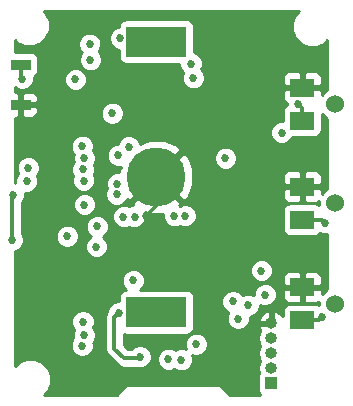
<source format=gbl>
G04 #@! TF.FileFunction,Copper,L4,Bot,Signal*
%FSLAX46Y46*%
G04 Gerber Fmt 4.6, Leading zero omitted, Abs format (unit mm)*
G04 Created by KiCad (PCBNEW 4.0.5) date 05/13/17 18:28:42*
%MOMM*%
%LPD*%
G01*
G04 APERTURE LIST*
%ADD10C,0.100000*%
%ADD11R,1.000000X1.000000*%
%ADD12O,1.000000X1.000000*%
%ADD13R,5.100000X2.500000*%
%ADD14C,5.000000*%
%ADD15R,1.700000X0.900000*%
%ADD16C,1.524000*%
%ADD17R,2.000000X1.500000*%
%ADD18C,0.685800*%
%ADD19C,0.152400*%
%ADD20C,0.300000*%
%ADD21C,0.254000*%
G04 APERTURE END LIST*
D10*
D11*
X123825000Y-86741000D03*
D12*
X123825000Y-85471000D03*
X123825000Y-84201000D03*
X123825000Y-82931000D03*
X123825000Y-81661000D03*
D13*
X114109500Y-80728500D03*
X114109500Y-57828500D03*
D14*
X114109500Y-69278500D03*
D15*
X102616000Y-59768000D03*
X102616000Y-63168000D03*
D16*
X129254000Y-80010000D03*
D17*
X126454000Y-81410000D03*
X126454000Y-78610000D03*
D16*
X129254000Y-71501000D03*
D17*
X126454000Y-72901000D03*
X126454000Y-70101000D03*
D16*
X129254000Y-63119000D03*
D17*
X126454000Y-64519000D03*
X126454000Y-61719000D03*
D18*
X114681000Y-80708500D03*
X115951000Y-57467500D03*
X107188000Y-59753500D03*
X127127000Y-66929000D03*
X120269000Y-76708000D03*
X104648000Y-76454000D03*
X110426500Y-76771500D03*
X113220500Y-72580500D03*
X117538500Y-80772000D03*
X111442500Y-63182500D03*
X115633500Y-64135000D03*
X120586500Y-64135000D03*
X126238000Y-75184000D03*
X103822500Y-70929500D03*
X119634000Y-58483500D03*
X106489500Y-83693000D03*
X122999500Y-77216000D03*
X121856500Y-80137000D03*
X111315500Y-72644000D03*
X115125500Y-84709000D03*
X101917500Y-74612500D03*
X101981000Y-70802500D03*
X103124000Y-69659500D03*
X109093000Y-73469500D03*
X103251000Y-68516500D03*
X108013500Y-71628000D03*
X117475000Y-83439000D03*
X116522500Y-72580500D03*
X115633500Y-72580500D03*
X110934500Y-80772000D03*
X112712500Y-84518500D03*
X110744000Y-70739000D03*
X106553000Y-74295000D03*
X107823000Y-83566000D03*
X108013500Y-82677000D03*
X109029500Y-75184000D03*
X107886500Y-68643500D03*
X107950000Y-69596000D03*
X107886500Y-81534000D03*
X116205000Y-84772500D03*
X112268000Y-72644000D03*
X123317000Y-79248000D03*
X121031000Y-81280000D03*
X102743000Y-60960000D03*
X108521500Y-59372500D03*
X107823000Y-66675000D03*
X108458000Y-58039000D03*
X108013500Y-67691000D03*
X117030500Y-59690000D03*
X111061500Y-57531000D03*
X117221000Y-60896500D03*
X120586500Y-79819500D03*
X112141000Y-78041500D03*
X126111000Y-63119000D03*
X111760000Y-66738500D03*
X110871000Y-67437000D03*
X128397000Y-73152000D03*
X128143000Y-81153000D03*
X110807500Y-69850000D03*
X110363000Y-63881000D03*
X107251500Y-61023500D03*
X119951500Y-67691000D03*
X124714000Y-65532000D03*
D19*
X114300000Y-57594500D02*
X114427000Y-57467500D01*
D20*
X113220500Y-72580500D02*
X114554000Y-71247000D01*
X114554000Y-71247000D02*
X114554000Y-71120000D01*
X126238000Y-75184000D02*
X126238000Y-75247500D01*
D19*
X125857000Y-69723000D02*
X126443000Y-70309000D01*
X126443000Y-70309000D02*
X127196000Y-70309000D01*
D20*
X101917500Y-70866000D02*
X101917500Y-74612500D01*
X101981000Y-70802500D02*
X101917500Y-70866000D01*
X110553500Y-81153000D02*
X110934500Y-80772000D01*
X110553500Y-83820000D02*
X110553500Y-81153000D01*
X111379000Y-84645500D02*
X110553500Y-83820000D01*
X112585500Y-84645500D02*
X111379000Y-84645500D01*
X112712500Y-84518500D02*
X112585500Y-84645500D01*
X102616000Y-59768000D02*
X102616000Y-60833000D01*
X102616000Y-60833000D02*
X102743000Y-60960000D01*
X126454000Y-63462000D02*
X126454000Y-64519000D01*
X126111000Y-63119000D02*
X126454000Y-63462000D01*
X128146000Y-72901000D02*
X126454000Y-72901000D01*
X128146000Y-72901000D02*
X128397000Y-73152000D01*
X126454000Y-81410000D02*
X127886000Y-81410000D01*
X127886000Y-81410000D02*
X128143000Y-81153000D01*
D21*
G36*
X125834796Y-55556318D02*
X125570101Y-56193773D01*
X125569499Y-56883999D01*
X125833081Y-57521915D01*
X126320718Y-58010404D01*
X126958173Y-58275099D01*
X127648399Y-58275701D01*
X128286315Y-58012119D01*
X128574693Y-57724244D01*
X128574340Y-61888273D01*
X128463697Y-61933990D01*
X128089000Y-62308033D01*
X128089000Y-62004750D01*
X127930250Y-61846000D01*
X126581000Y-61846000D01*
X126581000Y-61866000D01*
X126327000Y-61866000D01*
X126327000Y-61846000D01*
X124977750Y-61846000D01*
X124819000Y-62004750D01*
X124819000Y-62595309D01*
X124915673Y-62828698D01*
X125094301Y-63007327D01*
X125133183Y-63023432D01*
X125133011Y-63220966D01*
X125002559Y-63304910D01*
X124857569Y-63517110D01*
X124806560Y-63769000D01*
X124806560Y-64554180D01*
X124520337Y-64553931D01*
X124160788Y-64702493D01*
X123885460Y-64977341D01*
X123736270Y-65336630D01*
X123735931Y-65725663D01*
X123884493Y-66085212D01*
X124159341Y-66360540D01*
X124518630Y-66509730D01*
X124907663Y-66510069D01*
X125267212Y-66361507D01*
X125542540Y-66086659D01*
X125613221Y-65916440D01*
X127454000Y-65916440D01*
X127689317Y-65872162D01*
X127905441Y-65733090D01*
X128050431Y-65520890D01*
X128101440Y-65269000D01*
X128101440Y-63941810D01*
X128461630Y-64302629D01*
X128574132Y-64349344D01*
X128573630Y-70270567D01*
X128463697Y-70315990D01*
X128089000Y-70690033D01*
X128089000Y-70386750D01*
X127930250Y-70228000D01*
X126581000Y-70228000D01*
X126581000Y-71327250D01*
X126739750Y-71486000D01*
X127580310Y-71486000D01*
X127813699Y-71389327D01*
X127857135Y-71345891D01*
X127856863Y-71657724D01*
X127705890Y-71554569D01*
X127454000Y-71503560D01*
X125454000Y-71503560D01*
X125218683Y-71547838D01*
X125002559Y-71686910D01*
X124857569Y-71899110D01*
X124806560Y-72151000D01*
X124806560Y-73651000D01*
X124850838Y-73886317D01*
X124989910Y-74102441D01*
X125202110Y-74247431D01*
X125454000Y-74298440D01*
X127454000Y-74298440D01*
X127689317Y-74254162D01*
X127905441Y-74115090D01*
X127963110Y-74030688D01*
X128201630Y-74129730D01*
X128573303Y-74130054D01*
X128572909Y-78779865D01*
X128463697Y-78824990D01*
X128089000Y-79199033D01*
X128089000Y-78895750D01*
X127930250Y-78737000D01*
X126581000Y-78737000D01*
X126581000Y-79836250D01*
X126739750Y-79995000D01*
X127580310Y-79995000D01*
X127813699Y-79898327D01*
X127857135Y-79854891D01*
X127856863Y-80166724D01*
X127705890Y-80063569D01*
X127454000Y-80012560D01*
X125454000Y-80012560D01*
X125218683Y-80056838D01*
X125002559Y-80195910D01*
X124857569Y-80408110D01*
X124806560Y-80660000D01*
X124806560Y-81094347D01*
X124522604Y-80765677D01*
X124126877Y-80566868D01*
X123952000Y-80691865D01*
X123952000Y-81534000D01*
X123972000Y-81534000D01*
X123972000Y-81788000D01*
X123952000Y-81788000D01*
X123952000Y-81808000D01*
X123907564Y-81808000D01*
X123847236Y-81796000D01*
X123802764Y-81796000D01*
X123742436Y-81808000D01*
X123698000Y-81808000D01*
X123698000Y-81788000D01*
X122857046Y-81788000D01*
X122730881Y-81962874D01*
X122837873Y-82221209D01*
X122894451Y-82286696D01*
X122754161Y-82496654D01*
X122667764Y-82931000D01*
X122754161Y-83365346D01*
X122888234Y-83566000D01*
X122754161Y-83766654D01*
X122667764Y-84201000D01*
X122754161Y-84635346D01*
X122888234Y-84836000D01*
X122754161Y-85036654D01*
X122667764Y-85471000D01*
X122754161Y-85905346D01*
X122769805Y-85928759D01*
X122728569Y-85989110D01*
X122677560Y-86241000D01*
X122677560Y-87241000D01*
X122721838Y-87476317D01*
X122860910Y-87692441D01*
X122918221Y-87731600D01*
X120332494Y-87731600D01*
X119653568Y-87080167D01*
X119534774Y-87004294D01*
X119417605Y-86926004D01*
X119409749Y-86924441D01*
X119402997Y-86920129D01*
X119264230Y-86895496D01*
X119126000Y-86868000D01*
X111912400Y-86868000D01*
X111894033Y-86871654D01*
X111874517Y-86868103D01*
X111583902Y-86930875D01*
X111339430Y-87100084D01*
X110728274Y-87731600D01*
X104561498Y-87731600D01*
X104898804Y-87394882D01*
X105163499Y-86757427D01*
X105164101Y-86067201D01*
X104900519Y-85429285D01*
X104412882Y-84940796D01*
X103775427Y-84676101D01*
X103085201Y-84675499D01*
X102447285Y-84939081D01*
X102108000Y-85277774D01*
X102108000Y-83759663D01*
X106844931Y-83759663D01*
X106993493Y-84119212D01*
X107268341Y-84394540D01*
X107627630Y-84543730D01*
X108016663Y-84544069D01*
X108376212Y-84395507D01*
X108651540Y-84120659D01*
X108800730Y-83761370D01*
X108801069Y-83372337D01*
X108771881Y-83301696D01*
X108842040Y-83231659D01*
X108991230Y-82872370D01*
X108991569Y-82483337D01*
X108843007Y-82123788D01*
X108742331Y-82022936D01*
X108864230Y-81729370D01*
X108864569Y-81340337D01*
X108787164Y-81153000D01*
X109768500Y-81153000D01*
X109768500Y-83820000D01*
X109828255Y-84120407D01*
X109998421Y-84375079D01*
X110823921Y-85200579D01*
X111078593Y-85370745D01*
X111379000Y-85430500D01*
X112358835Y-85430500D01*
X112517130Y-85496230D01*
X112906163Y-85496569D01*
X113265712Y-85348007D01*
X113541040Y-85073159D01*
X113611836Y-84902663D01*
X114147431Y-84902663D01*
X114295993Y-85262212D01*
X114570841Y-85537540D01*
X114930130Y-85686730D01*
X115319163Y-85687069D01*
X115614431Y-85565067D01*
X115650341Y-85601040D01*
X116009630Y-85750230D01*
X116398663Y-85750569D01*
X116758212Y-85602007D01*
X117033540Y-85327159D01*
X117182730Y-84967870D01*
X117183069Y-84578837D01*
X117082218Y-84334757D01*
X117279630Y-84416730D01*
X117668663Y-84417069D01*
X118028212Y-84268507D01*
X118303540Y-83993659D01*
X118452730Y-83634370D01*
X118453069Y-83245337D01*
X118304507Y-82885788D01*
X118029659Y-82610460D01*
X117670370Y-82461270D01*
X117281337Y-82460931D01*
X116921788Y-82609493D01*
X116646460Y-82884341D01*
X116497270Y-83243630D01*
X116496931Y-83632663D01*
X116597782Y-83876743D01*
X116400370Y-83794770D01*
X116011337Y-83794431D01*
X115716069Y-83916433D01*
X115680159Y-83880460D01*
X115320870Y-83731270D01*
X114931837Y-83730931D01*
X114572288Y-83879493D01*
X114296960Y-84154341D01*
X114147770Y-84513630D01*
X114147431Y-84902663D01*
X113611836Y-84902663D01*
X113690230Y-84713870D01*
X113690569Y-84324837D01*
X113542007Y-83965288D01*
X113267159Y-83689960D01*
X112907870Y-83540770D01*
X112518837Y-83540431D01*
X112159288Y-83688993D01*
X111987481Y-83860500D01*
X111704158Y-83860500D01*
X111338500Y-83494842D01*
X111338500Y-82581186D01*
X111559500Y-82625940D01*
X116659500Y-82625940D01*
X116894817Y-82581662D01*
X117110941Y-82442590D01*
X117255931Y-82230390D01*
X117306940Y-81978500D01*
X117306940Y-80013163D01*
X119608431Y-80013163D01*
X119756993Y-80372712D01*
X120031841Y-80648040D01*
X120207026Y-80720783D01*
X120202460Y-80725341D01*
X120053270Y-81084630D01*
X120052931Y-81473663D01*
X120201493Y-81833212D01*
X120476341Y-82108540D01*
X120835630Y-82257730D01*
X121224663Y-82258069D01*
X121584212Y-82109507D01*
X121859540Y-81834659D01*
X122008730Y-81475370D01*
X122008831Y-81359126D01*
X122730881Y-81359126D01*
X122857046Y-81534000D01*
X123698000Y-81534000D01*
X123698000Y-80691865D01*
X123523123Y-80566868D01*
X123127396Y-80765677D01*
X122837873Y-81100791D01*
X122730881Y-81359126D01*
X122008831Y-81359126D01*
X122009044Y-81115033D01*
X122050163Y-81115069D01*
X122409712Y-80966507D01*
X122685040Y-80691659D01*
X122834230Y-80332370D01*
X122834427Y-80106473D01*
X123121630Y-80225730D01*
X123510663Y-80226069D01*
X123870212Y-80077507D01*
X124145540Y-79802659D01*
X124294730Y-79443370D01*
X124295069Y-79054337D01*
X124229543Y-78895750D01*
X124819000Y-78895750D01*
X124819000Y-79486309D01*
X124915673Y-79719698D01*
X125094301Y-79898327D01*
X125327690Y-79995000D01*
X126168250Y-79995000D01*
X126327000Y-79836250D01*
X126327000Y-78737000D01*
X124977750Y-78737000D01*
X124819000Y-78895750D01*
X124229543Y-78895750D01*
X124146507Y-78694788D01*
X123871659Y-78419460D01*
X123512370Y-78270270D01*
X123123337Y-78269931D01*
X122763788Y-78418493D01*
X122488460Y-78693341D01*
X122339270Y-79052630D01*
X122339073Y-79278527D01*
X122051870Y-79159270D01*
X121662837Y-79158931D01*
X121412212Y-79262487D01*
X121141159Y-78990960D01*
X120781870Y-78841770D01*
X120392837Y-78841431D01*
X120033288Y-78989993D01*
X119757960Y-79264841D01*
X119608770Y-79624130D01*
X119608431Y-80013163D01*
X117306940Y-80013163D01*
X117306940Y-79478500D01*
X117262662Y-79243183D01*
X117123590Y-79027059D01*
X116911390Y-78882069D01*
X116659500Y-78831060D01*
X112734229Y-78831060D01*
X112969540Y-78596159D01*
X113118730Y-78236870D01*
X113119069Y-77847837D01*
X112970507Y-77488288D01*
X112892020Y-77409663D01*
X122021431Y-77409663D01*
X122169993Y-77769212D01*
X122444841Y-78044540D01*
X122804130Y-78193730D01*
X123193163Y-78194069D01*
X123552712Y-78045507D01*
X123828040Y-77770659D01*
X123843390Y-77733691D01*
X124819000Y-77733691D01*
X124819000Y-78324250D01*
X124977750Y-78483000D01*
X126327000Y-78483000D01*
X126327000Y-77383750D01*
X126581000Y-77383750D01*
X126581000Y-78483000D01*
X127930250Y-78483000D01*
X128089000Y-78324250D01*
X128089000Y-77733691D01*
X127992327Y-77500302D01*
X127813699Y-77321673D01*
X127580310Y-77225000D01*
X126739750Y-77225000D01*
X126581000Y-77383750D01*
X126327000Y-77383750D01*
X126168250Y-77225000D01*
X125327690Y-77225000D01*
X125094301Y-77321673D01*
X124915673Y-77500302D01*
X124819000Y-77733691D01*
X123843390Y-77733691D01*
X123977230Y-77411370D01*
X123977569Y-77022337D01*
X123829007Y-76662788D01*
X123554159Y-76387460D01*
X123194870Y-76238270D01*
X122805837Y-76237931D01*
X122446288Y-76386493D01*
X122170960Y-76661341D01*
X122021770Y-77020630D01*
X122021431Y-77409663D01*
X112892020Y-77409663D01*
X112695659Y-77212960D01*
X112336370Y-77063770D01*
X111947337Y-77063431D01*
X111587788Y-77211993D01*
X111312460Y-77486841D01*
X111163270Y-77846130D01*
X111162931Y-78235163D01*
X111311493Y-78594712D01*
X111549338Y-78832972D01*
X111324183Y-78875338D01*
X111108059Y-79014410D01*
X110963069Y-79226610D01*
X110912060Y-79478500D01*
X110912060Y-79794080D01*
X110740837Y-79793931D01*
X110381288Y-79942493D01*
X110105960Y-80217341D01*
X109956770Y-80576630D01*
X109956697Y-80660365D01*
X109828255Y-80852593D01*
X109828255Y-80852594D01*
X109768500Y-81153000D01*
X108787164Y-81153000D01*
X108716007Y-80980788D01*
X108441159Y-80705460D01*
X108081870Y-80556270D01*
X107692837Y-80555931D01*
X107333288Y-80704493D01*
X107057960Y-80979341D01*
X106908770Y-81338630D01*
X106908431Y-81727663D01*
X107056993Y-82087212D01*
X107157669Y-82188064D01*
X107035770Y-82481630D01*
X107035431Y-82870663D01*
X107064619Y-82941304D01*
X106994460Y-83011341D01*
X106845270Y-83370630D01*
X106844931Y-83759663D01*
X102108000Y-83759663D01*
X102108000Y-75590566D01*
X102111163Y-75590569D01*
X102470712Y-75442007D01*
X102535168Y-75377663D01*
X108051431Y-75377663D01*
X108199993Y-75737212D01*
X108474841Y-76012540D01*
X108834130Y-76161730D01*
X109223163Y-76162069D01*
X109582712Y-76013507D01*
X109858040Y-75738659D01*
X110007230Y-75379370D01*
X110007569Y-74990337D01*
X109859007Y-74630788D01*
X109584159Y-74355460D01*
X109546964Y-74340015D01*
X109646212Y-74299007D01*
X109921540Y-74024159D01*
X110070730Y-73664870D01*
X110071069Y-73275837D01*
X109922507Y-72916288D01*
X109844020Y-72837663D01*
X110337431Y-72837663D01*
X110485993Y-73197212D01*
X110760841Y-73472540D01*
X111120130Y-73621730D01*
X111509163Y-73622069D01*
X111792002Y-73505203D01*
X112072630Y-73621730D01*
X112461663Y-73622069D01*
X112821212Y-73473507D01*
X113096540Y-73198659D01*
X113245730Y-72839370D01*
X113246069Y-72450337D01*
X113178107Y-72285855D01*
X113487392Y-72413794D01*
X114655746Y-72413242D01*
X114655431Y-72774163D01*
X114803993Y-73133712D01*
X115078841Y-73409040D01*
X115438130Y-73558230D01*
X115827163Y-73558569D01*
X116078173Y-73454854D01*
X116327130Y-73558230D01*
X116716163Y-73558569D01*
X117075712Y-73410007D01*
X117351040Y-73135159D01*
X117500230Y-72775870D01*
X117500569Y-72386837D01*
X117352007Y-72027288D01*
X117077159Y-71751960D01*
X116717870Y-71602770D01*
X116328837Y-71602431D01*
X116077827Y-71706146D01*
X116046612Y-71693184D01*
X116165775Y-71514380D01*
X114109500Y-69458105D01*
X112053225Y-71514380D01*
X112154272Y-71666001D01*
X112074337Y-71665931D01*
X111791498Y-71782797D01*
X111510870Y-71666270D01*
X111121837Y-71665931D01*
X110762288Y-71814493D01*
X110486960Y-72089341D01*
X110337770Y-72448630D01*
X110337431Y-72837663D01*
X109844020Y-72837663D01*
X109647659Y-72640960D01*
X109288370Y-72491770D01*
X108899337Y-72491431D01*
X108539788Y-72639993D01*
X108264460Y-72914841D01*
X108115270Y-73274130D01*
X108114931Y-73663163D01*
X108263493Y-74022712D01*
X108538341Y-74298040D01*
X108575536Y-74313485D01*
X108476288Y-74354493D01*
X108200960Y-74629341D01*
X108051770Y-74988630D01*
X108051431Y-75377663D01*
X102535168Y-75377663D01*
X102746040Y-75167159D01*
X102895230Y-74807870D01*
X102895508Y-74488663D01*
X105574931Y-74488663D01*
X105723493Y-74848212D01*
X105998341Y-75123540D01*
X106357630Y-75272730D01*
X106746663Y-75273069D01*
X107106212Y-75124507D01*
X107381540Y-74849659D01*
X107530730Y-74490370D01*
X107531069Y-74101337D01*
X107382507Y-73741788D01*
X107107659Y-73466460D01*
X106748370Y-73317270D01*
X106359337Y-73316931D01*
X105999788Y-73465493D01*
X105724460Y-73740341D01*
X105575270Y-74099630D01*
X105574931Y-74488663D01*
X102895508Y-74488663D01*
X102895569Y-74418837D01*
X102747007Y-74059288D01*
X102702500Y-74014703D01*
X102702500Y-71821663D01*
X107035431Y-71821663D01*
X107183993Y-72181212D01*
X107458841Y-72456540D01*
X107818130Y-72605730D01*
X108207163Y-72606069D01*
X108566712Y-72457507D01*
X108842040Y-72182659D01*
X108991230Y-71823370D01*
X108991569Y-71434337D01*
X108843007Y-71074788D01*
X108701130Y-70932663D01*
X109765931Y-70932663D01*
X109914493Y-71292212D01*
X110189341Y-71567540D01*
X110548630Y-71716730D01*
X110937663Y-71717069D01*
X111297212Y-71568507D01*
X111572540Y-71293659D01*
X111624427Y-71168701D01*
X111873620Y-71334775D01*
X113929895Y-69278500D01*
X114289105Y-69278500D01*
X116345380Y-71334775D01*
X116768064Y-71053079D01*
X117043696Y-70386750D01*
X124819000Y-70386750D01*
X124819000Y-70977309D01*
X124915673Y-71210698D01*
X125094301Y-71389327D01*
X125327690Y-71486000D01*
X126168250Y-71486000D01*
X126327000Y-71327250D01*
X126327000Y-70228000D01*
X124977750Y-70228000D01*
X124819000Y-70386750D01*
X117043696Y-70386750D01*
X117244794Y-69900608D01*
X117244475Y-69224691D01*
X124819000Y-69224691D01*
X124819000Y-69815250D01*
X124977750Y-69974000D01*
X126327000Y-69974000D01*
X126327000Y-68874750D01*
X126581000Y-68874750D01*
X126581000Y-69974000D01*
X127930250Y-69974000D01*
X128089000Y-69815250D01*
X128089000Y-69224691D01*
X127992327Y-68991302D01*
X127813699Y-68812673D01*
X127580310Y-68716000D01*
X126739750Y-68716000D01*
X126581000Y-68874750D01*
X126327000Y-68874750D01*
X126168250Y-68716000D01*
X125327690Y-68716000D01*
X125094301Y-68812673D01*
X124915673Y-68991302D01*
X124819000Y-69224691D01*
X117244475Y-69224691D01*
X117244205Y-68653428D01*
X116925773Y-67884663D01*
X118973431Y-67884663D01*
X119121993Y-68244212D01*
X119396841Y-68519540D01*
X119756130Y-68668730D01*
X120145163Y-68669069D01*
X120504712Y-68520507D01*
X120780040Y-68245659D01*
X120929230Y-67886370D01*
X120929569Y-67497337D01*
X120781007Y-67137788D01*
X120506159Y-66862460D01*
X120146870Y-66713270D01*
X119757837Y-66712931D01*
X119398288Y-66861493D01*
X119122960Y-67136341D01*
X118973770Y-67495630D01*
X118973431Y-67884663D01*
X116925773Y-67884663D01*
X116768064Y-67503921D01*
X116345380Y-67222225D01*
X114289105Y-69278500D01*
X113929895Y-69278500D01*
X113915753Y-69264358D01*
X114095358Y-69084753D01*
X114109500Y-69098895D01*
X116165775Y-67042620D01*
X115884079Y-66619936D01*
X114731608Y-66143206D01*
X113484428Y-66143795D01*
X112705649Y-66466375D01*
X112589507Y-66185288D01*
X112314659Y-65909960D01*
X111955370Y-65760770D01*
X111566337Y-65760431D01*
X111206788Y-65908993D01*
X110931460Y-66183841D01*
X110817182Y-66459053D01*
X110677337Y-66458931D01*
X110317788Y-66607493D01*
X110042460Y-66882341D01*
X109893270Y-67241630D01*
X109892931Y-67630663D01*
X110041493Y-67990212D01*
X110316341Y-68265540D01*
X110675630Y-68414730D01*
X111064663Y-68415069D01*
X111075963Y-68410400D01*
X110974206Y-68656392D01*
X110974308Y-68872245D01*
X110613837Y-68871931D01*
X110254288Y-69020493D01*
X109978960Y-69295341D01*
X109829770Y-69654630D01*
X109829431Y-70043663D01*
X109901474Y-70218022D01*
X109766270Y-70543630D01*
X109765931Y-70932663D01*
X108701130Y-70932663D01*
X108568159Y-70799460D01*
X108208870Y-70650270D01*
X107819837Y-70649931D01*
X107460288Y-70798493D01*
X107184960Y-71073341D01*
X107035770Y-71432630D01*
X107035431Y-71821663D01*
X102702500Y-71821663D01*
X102702500Y-71464012D01*
X102809540Y-71357159D01*
X102958730Y-70997870D01*
X102959044Y-70637257D01*
X103317663Y-70637569D01*
X103677212Y-70489007D01*
X103952540Y-70214159D01*
X104101730Y-69854870D01*
X104102069Y-69465837D01*
X103980035Y-69170491D01*
X104079540Y-69071159D01*
X104228730Y-68711870D01*
X104229069Y-68322837D01*
X104080507Y-67963288D01*
X103805659Y-67687960D01*
X103446370Y-67538770D01*
X103057337Y-67538431D01*
X102697788Y-67686993D01*
X102422460Y-67961841D01*
X102273270Y-68321130D01*
X102272931Y-68710163D01*
X102394965Y-69005509D01*
X102295460Y-69104841D01*
X102146270Y-69464130D01*
X102145956Y-69824743D01*
X102108000Y-69824710D01*
X102108000Y-66868663D01*
X106844931Y-66868663D01*
X106993493Y-67228212D01*
X107101772Y-67336680D01*
X107035770Y-67495630D01*
X107035431Y-67884663D01*
X107101738Y-68045139D01*
X107057960Y-68088841D01*
X106908770Y-68448130D01*
X106908431Y-68837163D01*
X107056969Y-69196653D01*
X106972270Y-69400630D01*
X106971931Y-69789663D01*
X107120493Y-70149212D01*
X107395341Y-70424540D01*
X107754630Y-70573730D01*
X108143663Y-70574069D01*
X108503212Y-70425507D01*
X108778540Y-70150659D01*
X108927730Y-69791370D01*
X108928069Y-69402337D01*
X108779531Y-69042847D01*
X108864230Y-68838870D01*
X108864569Y-68449837D01*
X108798262Y-68289361D01*
X108842040Y-68245659D01*
X108991230Y-67886370D01*
X108991569Y-67497337D01*
X108843007Y-67137788D01*
X108734728Y-67029320D01*
X108800730Y-66870370D01*
X108801069Y-66481337D01*
X108652507Y-66121788D01*
X108377659Y-65846460D01*
X108018370Y-65697270D01*
X107629337Y-65696931D01*
X107269788Y-65845493D01*
X106994460Y-66120341D01*
X106845270Y-66479630D01*
X106844931Y-66868663D01*
X102108000Y-66868663D01*
X102108000Y-64253000D01*
X102330250Y-64253000D01*
X102489000Y-64094250D01*
X102489000Y-63295000D01*
X102743000Y-63295000D01*
X102743000Y-64094250D01*
X102901750Y-64253000D01*
X103592310Y-64253000D01*
X103825699Y-64156327D01*
X103907362Y-64074663D01*
X109384931Y-64074663D01*
X109533493Y-64434212D01*
X109808341Y-64709540D01*
X110167630Y-64858730D01*
X110556663Y-64859069D01*
X110916212Y-64710507D01*
X111191540Y-64435659D01*
X111340730Y-64076370D01*
X111341069Y-63687337D01*
X111192507Y-63327788D01*
X110917659Y-63052460D01*
X110558370Y-62903270D01*
X110169337Y-62902931D01*
X109809788Y-63051493D01*
X109534460Y-63326341D01*
X109385270Y-63685630D01*
X109384931Y-64074663D01*
X103907362Y-64074663D01*
X104004327Y-63977698D01*
X104101000Y-63744309D01*
X104101000Y-63453750D01*
X103942250Y-63295000D01*
X102743000Y-63295000D01*
X102489000Y-63295000D01*
X102469000Y-63295000D01*
X102469000Y-63041000D01*
X102489000Y-63041000D01*
X102489000Y-62241750D01*
X102743000Y-62241750D01*
X102743000Y-63041000D01*
X103942250Y-63041000D01*
X104101000Y-62882250D01*
X104101000Y-62591691D01*
X104004327Y-62358302D01*
X103825699Y-62179673D01*
X103592310Y-62083000D01*
X102901750Y-62083000D01*
X102743000Y-62241750D01*
X102489000Y-62241750D01*
X102330250Y-62083000D01*
X102108000Y-62083000D01*
X102108000Y-61708059D01*
X102188341Y-61788540D01*
X102547630Y-61937730D01*
X102936663Y-61938069D01*
X103296212Y-61789507D01*
X103571540Y-61514659D01*
X103695071Y-61217163D01*
X106273431Y-61217163D01*
X106421993Y-61576712D01*
X106696841Y-61852040D01*
X107056130Y-62001230D01*
X107445163Y-62001569D01*
X107804712Y-61853007D01*
X108080040Y-61578159D01*
X108229230Y-61218870D01*
X108229569Y-60829837D01*
X108081007Y-60470288D01*
X107806159Y-60194960D01*
X107446870Y-60045770D01*
X107057837Y-60045431D01*
X106698288Y-60193993D01*
X106422960Y-60468841D01*
X106273770Y-60828130D01*
X106273431Y-61217163D01*
X103695071Y-61217163D01*
X103720730Y-61155370D01*
X103721032Y-60808476D01*
X103917441Y-60682090D01*
X104062431Y-60469890D01*
X104113440Y-60218000D01*
X104113440Y-59318000D01*
X104069162Y-59082683D01*
X103930090Y-58866559D01*
X103717890Y-58721569D01*
X103466000Y-58670560D01*
X102108000Y-58670560D01*
X102108000Y-58232663D01*
X107479931Y-58232663D01*
X107628493Y-58592212D01*
X107773485Y-58737457D01*
X107692960Y-58817841D01*
X107543770Y-59177130D01*
X107543431Y-59566163D01*
X107691993Y-59925712D01*
X107966841Y-60201040D01*
X108326130Y-60350230D01*
X108715163Y-60350569D01*
X109074712Y-60202007D01*
X109350040Y-59927159D01*
X109499230Y-59567870D01*
X109499569Y-59178837D01*
X109351007Y-58819288D01*
X109206015Y-58674043D01*
X109286540Y-58593659D01*
X109435730Y-58234370D01*
X109436069Y-57845337D01*
X109386208Y-57724663D01*
X110083431Y-57724663D01*
X110231993Y-58084212D01*
X110506841Y-58359540D01*
X110866130Y-58508730D01*
X110912060Y-58508770D01*
X110912060Y-59078500D01*
X110956338Y-59313817D01*
X111095410Y-59529941D01*
X111307610Y-59674931D01*
X111559500Y-59725940D01*
X116052568Y-59725940D01*
X116052431Y-59883663D01*
X116200993Y-60243212D01*
X116365137Y-60407642D01*
X116243270Y-60701130D01*
X116242931Y-61090163D01*
X116391493Y-61449712D01*
X116666341Y-61725040D01*
X117025630Y-61874230D01*
X117414663Y-61874569D01*
X117774212Y-61726007D01*
X118049540Y-61451159D01*
X118198730Y-61091870D01*
X118198947Y-60842691D01*
X124819000Y-60842691D01*
X124819000Y-61433250D01*
X124977750Y-61592000D01*
X126327000Y-61592000D01*
X126327000Y-60492750D01*
X126581000Y-60492750D01*
X126581000Y-61592000D01*
X127930250Y-61592000D01*
X128089000Y-61433250D01*
X128089000Y-60842691D01*
X127992327Y-60609302D01*
X127813699Y-60430673D01*
X127580310Y-60334000D01*
X126739750Y-60334000D01*
X126581000Y-60492750D01*
X126327000Y-60492750D01*
X126168250Y-60334000D01*
X125327690Y-60334000D01*
X125094301Y-60430673D01*
X124915673Y-60609302D01*
X124819000Y-60842691D01*
X118198947Y-60842691D01*
X118199069Y-60702837D01*
X118050507Y-60343288D01*
X117886363Y-60178858D01*
X118008230Y-59885370D01*
X118008569Y-59496337D01*
X117860007Y-59136788D01*
X117585159Y-58861460D01*
X117306940Y-58745933D01*
X117306940Y-56578500D01*
X117262662Y-56343183D01*
X117123590Y-56127059D01*
X116911390Y-55982069D01*
X116659500Y-55931060D01*
X111559500Y-55931060D01*
X111324183Y-55975338D01*
X111108059Y-56114410D01*
X110963069Y-56326610D01*
X110917229Y-56552974D01*
X110867837Y-56552931D01*
X110508288Y-56701493D01*
X110232960Y-56976341D01*
X110083770Y-57335630D01*
X110083431Y-57724663D01*
X109386208Y-57724663D01*
X109287507Y-57485788D01*
X109012659Y-57210460D01*
X108653370Y-57061270D01*
X108264337Y-57060931D01*
X107904788Y-57209493D01*
X107629460Y-57484341D01*
X107480270Y-57843630D01*
X107479931Y-58232663D01*
X102108000Y-58232663D01*
X102108000Y-57698675D01*
X102343118Y-57934204D01*
X102980573Y-58198899D01*
X103670799Y-58199501D01*
X104308715Y-57935919D01*
X104797204Y-57448282D01*
X105061899Y-56810827D01*
X105062501Y-56120601D01*
X104798919Y-55482685D01*
X104561649Y-55245000D01*
X126146658Y-55245000D01*
X125834796Y-55556318D01*
X125834796Y-55556318D01*
G37*
X125834796Y-55556318D02*
X125570101Y-56193773D01*
X125569499Y-56883999D01*
X125833081Y-57521915D01*
X126320718Y-58010404D01*
X126958173Y-58275099D01*
X127648399Y-58275701D01*
X128286315Y-58012119D01*
X128574693Y-57724244D01*
X128574340Y-61888273D01*
X128463697Y-61933990D01*
X128089000Y-62308033D01*
X128089000Y-62004750D01*
X127930250Y-61846000D01*
X126581000Y-61846000D01*
X126581000Y-61866000D01*
X126327000Y-61866000D01*
X126327000Y-61846000D01*
X124977750Y-61846000D01*
X124819000Y-62004750D01*
X124819000Y-62595309D01*
X124915673Y-62828698D01*
X125094301Y-63007327D01*
X125133183Y-63023432D01*
X125133011Y-63220966D01*
X125002559Y-63304910D01*
X124857569Y-63517110D01*
X124806560Y-63769000D01*
X124806560Y-64554180D01*
X124520337Y-64553931D01*
X124160788Y-64702493D01*
X123885460Y-64977341D01*
X123736270Y-65336630D01*
X123735931Y-65725663D01*
X123884493Y-66085212D01*
X124159341Y-66360540D01*
X124518630Y-66509730D01*
X124907663Y-66510069D01*
X125267212Y-66361507D01*
X125542540Y-66086659D01*
X125613221Y-65916440D01*
X127454000Y-65916440D01*
X127689317Y-65872162D01*
X127905441Y-65733090D01*
X128050431Y-65520890D01*
X128101440Y-65269000D01*
X128101440Y-63941810D01*
X128461630Y-64302629D01*
X128574132Y-64349344D01*
X128573630Y-70270567D01*
X128463697Y-70315990D01*
X128089000Y-70690033D01*
X128089000Y-70386750D01*
X127930250Y-70228000D01*
X126581000Y-70228000D01*
X126581000Y-71327250D01*
X126739750Y-71486000D01*
X127580310Y-71486000D01*
X127813699Y-71389327D01*
X127857135Y-71345891D01*
X127856863Y-71657724D01*
X127705890Y-71554569D01*
X127454000Y-71503560D01*
X125454000Y-71503560D01*
X125218683Y-71547838D01*
X125002559Y-71686910D01*
X124857569Y-71899110D01*
X124806560Y-72151000D01*
X124806560Y-73651000D01*
X124850838Y-73886317D01*
X124989910Y-74102441D01*
X125202110Y-74247431D01*
X125454000Y-74298440D01*
X127454000Y-74298440D01*
X127689317Y-74254162D01*
X127905441Y-74115090D01*
X127963110Y-74030688D01*
X128201630Y-74129730D01*
X128573303Y-74130054D01*
X128572909Y-78779865D01*
X128463697Y-78824990D01*
X128089000Y-79199033D01*
X128089000Y-78895750D01*
X127930250Y-78737000D01*
X126581000Y-78737000D01*
X126581000Y-79836250D01*
X126739750Y-79995000D01*
X127580310Y-79995000D01*
X127813699Y-79898327D01*
X127857135Y-79854891D01*
X127856863Y-80166724D01*
X127705890Y-80063569D01*
X127454000Y-80012560D01*
X125454000Y-80012560D01*
X125218683Y-80056838D01*
X125002559Y-80195910D01*
X124857569Y-80408110D01*
X124806560Y-80660000D01*
X124806560Y-81094347D01*
X124522604Y-80765677D01*
X124126877Y-80566868D01*
X123952000Y-80691865D01*
X123952000Y-81534000D01*
X123972000Y-81534000D01*
X123972000Y-81788000D01*
X123952000Y-81788000D01*
X123952000Y-81808000D01*
X123907564Y-81808000D01*
X123847236Y-81796000D01*
X123802764Y-81796000D01*
X123742436Y-81808000D01*
X123698000Y-81808000D01*
X123698000Y-81788000D01*
X122857046Y-81788000D01*
X122730881Y-81962874D01*
X122837873Y-82221209D01*
X122894451Y-82286696D01*
X122754161Y-82496654D01*
X122667764Y-82931000D01*
X122754161Y-83365346D01*
X122888234Y-83566000D01*
X122754161Y-83766654D01*
X122667764Y-84201000D01*
X122754161Y-84635346D01*
X122888234Y-84836000D01*
X122754161Y-85036654D01*
X122667764Y-85471000D01*
X122754161Y-85905346D01*
X122769805Y-85928759D01*
X122728569Y-85989110D01*
X122677560Y-86241000D01*
X122677560Y-87241000D01*
X122721838Y-87476317D01*
X122860910Y-87692441D01*
X122918221Y-87731600D01*
X120332494Y-87731600D01*
X119653568Y-87080167D01*
X119534774Y-87004294D01*
X119417605Y-86926004D01*
X119409749Y-86924441D01*
X119402997Y-86920129D01*
X119264230Y-86895496D01*
X119126000Y-86868000D01*
X111912400Y-86868000D01*
X111894033Y-86871654D01*
X111874517Y-86868103D01*
X111583902Y-86930875D01*
X111339430Y-87100084D01*
X110728274Y-87731600D01*
X104561498Y-87731600D01*
X104898804Y-87394882D01*
X105163499Y-86757427D01*
X105164101Y-86067201D01*
X104900519Y-85429285D01*
X104412882Y-84940796D01*
X103775427Y-84676101D01*
X103085201Y-84675499D01*
X102447285Y-84939081D01*
X102108000Y-85277774D01*
X102108000Y-83759663D01*
X106844931Y-83759663D01*
X106993493Y-84119212D01*
X107268341Y-84394540D01*
X107627630Y-84543730D01*
X108016663Y-84544069D01*
X108376212Y-84395507D01*
X108651540Y-84120659D01*
X108800730Y-83761370D01*
X108801069Y-83372337D01*
X108771881Y-83301696D01*
X108842040Y-83231659D01*
X108991230Y-82872370D01*
X108991569Y-82483337D01*
X108843007Y-82123788D01*
X108742331Y-82022936D01*
X108864230Y-81729370D01*
X108864569Y-81340337D01*
X108787164Y-81153000D01*
X109768500Y-81153000D01*
X109768500Y-83820000D01*
X109828255Y-84120407D01*
X109998421Y-84375079D01*
X110823921Y-85200579D01*
X111078593Y-85370745D01*
X111379000Y-85430500D01*
X112358835Y-85430500D01*
X112517130Y-85496230D01*
X112906163Y-85496569D01*
X113265712Y-85348007D01*
X113541040Y-85073159D01*
X113611836Y-84902663D01*
X114147431Y-84902663D01*
X114295993Y-85262212D01*
X114570841Y-85537540D01*
X114930130Y-85686730D01*
X115319163Y-85687069D01*
X115614431Y-85565067D01*
X115650341Y-85601040D01*
X116009630Y-85750230D01*
X116398663Y-85750569D01*
X116758212Y-85602007D01*
X117033540Y-85327159D01*
X117182730Y-84967870D01*
X117183069Y-84578837D01*
X117082218Y-84334757D01*
X117279630Y-84416730D01*
X117668663Y-84417069D01*
X118028212Y-84268507D01*
X118303540Y-83993659D01*
X118452730Y-83634370D01*
X118453069Y-83245337D01*
X118304507Y-82885788D01*
X118029659Y-82610460D01*
X117670370Y-82461270D01*
X117281337Y-82460931D01*
X116921788Y-82609493D01*
X116646460Y-82884341D01*
X116497270Y-83243630D01*
X116496931Y-83632663D01*
X116597782Y-83876743D01*
X116400370Y-83794770D01*
X116011337Y-83794431D01*
X115716069Y-83916433D01*
X115680159Y-83880460D01*
X115320870Y-83731270D01*
X114931837Y-83730931D01*
X114572288Y-83879493D01*
X114296960Y-84154341D01*
X114147770Y-84513630D01*
X114147431Y-84902663D01*
X113611836Y-84902663D01*
X113690230Y-84713870D01*
X113690569Y-84324837D01*
X113542007Y-83965288D01*
X113267159Y-83689960D01*
X112907870Y-83540770D01*
X112518837Y-83540431D01*
X112159288Y-83688993D01*
X111987481Y-83860500D01*
X111704158Y-83860500D01*
X111338500Y-83494842D01*
X111338500Y-82581186D01*
X111559500Y-82625940D01*
X116659500Y-82625940D01*
X116894817Y-82581662D01*
X117110941Y-82442590D01*
X117255931Y-82230390D01*
X117306940Y-81978500D01*
X117306940Y-80013163D01*
X119608431Y-80013163D01*
X119756993Y-80372712D01*
X120031841Y-80648040D01*
X120207026Y-80720783D01*
X120202460Y-80725341D01*
X120053270Y-81084630D01*
X120052931Y-81473663D01*
X120201493Y-81833212D01*
X120476341Y-82108540D01*
X120835630Y-82257730D01*
X121224663Y-82258069D01*
X121584212Y-82109507D01*
X121859540Y-81834659D01*
X122008730Y-81475370D01*
X122008831Y-81359126D01*
X122730881Y-81359126D01*
X122857046Y-81534000D01*
X123698000Y-81534000D01*
X123698000Y-80691865D01*
X123523123Y-80566868D01*
X123127396Y-80765677D01*
X122837873Y-81100791D01*
X122730881Y-81359126D01*
X122008831Y-81359126D01*
X122009044Y-81115033D01*
X122050163Y-81115069D01*
X122409712Y-80966507D01*
X122685040Y-80691659D01*
X122834230Y-80332370D01*
X122834427Y-80106473D01*
X123121630Y-80225730D01*
X123510663Y-80226069D01*
X123870212Y-80077507D01*
X124145540Y-79802659D01*
X124294730Y-79443370D01*
X124295069Y-79054337D01*
X124229543Y-78895750D01*
X124819000Y-78895750D01*
X124819000Y-79486309D01*
X124915673Y-79719698D01*
X125094301Y-79898327D01*
X125327690Y-79995000D01*
X126168250Y-79995000D01*
X126327000Y-79836250D01*
X126327000Y-78737000D01*
X124977750Y-78737000D01*
X124819000Y-78895750D01*
X124229543Y-78895750D01*
X124146507Y-78694788D01*
X123871659Y-78419460D01*
X123512370Y-78270270D01*
X123123337Y-78269931D01*
X122763788Y-78418493D01*
X122488460Y-78693341D01*
X122339270Y-79052630D01*
X122339073Y-79278527D01*
X122051870Y-79159270D01*
X121662837Y-79158931D01*
X121412212Y-79262487D01*
X121141159Y-78990960D01*
X120781870Y-78841770D01*
X120392837Y-78841431D01*
X120033288Y-78989993D01*
X119757960Y-79264841D01*
X119608770Y-79624130D01*
X119608431Y-80013163D01*
X117306940Y-80013163D01*
X117306940Y-79478500D01*
X117262662Y-79243183D01*
X117123590Y-79027059D01*
X116911390Y-78882069D01*
X116659500Y-78831060D01*
X112734229Y-78831060D01*
X112969540Y-78596159D01*
X113118730Y-78236870D01*
X113119069Y-77847837D01*
X112970507Y-77488288D01*
X112892020Y-77409663D01*
X122021431Y-77409663D01*
X122169993Y-77769212D01*
X122444841Y-78044540D01*
X122804130Y-78193730D01*
X123193163Y-78194069D01*
X123552712Y-78045507D01*
X123828040Y-77770659D01*
X123843390Y-77733691D01*
X124819000Y-77733691D01*
X124819000Y-78324250D01*
X124977750Y-78483000D01*
X126327000Y-78483000D01*
X126327000Y-77383750D01*
X126581000Y-77383750D01*
X126581000Y-78483000D01*
X127930250Y-78483000D01*
X128089000Y-78324250D01*
X128089000Y-77733691D01*
X127992327Y-77500302D01*
X127813699Y-77321673D01*
X127580310Y-77225000D01*
X126739750Y-77225000D01*
X126581000Y-77383750D01*
X126327000Y-77383750D01*
X126168250Y-77225000D01*
X125327690Y-77225000D01*
X125094301Y-77321673D01*
X124915673Y-77500302D01*
X124819000Y-77733691D01*
X123843390Y-77733691D01*
X123977230Y-77411370D01*
X123977569Y-77022337D01*
X123829007Y-76662788D01*
X123554159Y-76387460D01*
X123194870Y-76238270D01*
X122805837Y-76237931D01*
X122446288Y-76386493D01*
X122170960Y-76661341D01*
X122021770Y-77020630D01*
X122021431Y-77409663D01*
X112892020Y-77409663D01*
X112695659Y-77212960D01*
X112336370Y-77063770D01*
X111947337Y-77063431D01*
X111587788Y-77211993D01*
X111312460Y-77486841D01*
X111163270Y-77846130D01*
X111162931Y-78235163D01*
X111311493Y-78594712D01*
X111549338Y-78832972D01*
X111324183Y-78875338D01*
X111108059Y-79014410D01*
X110963069Y-79226610D01*
X110912060Y-79478500D01*
X110912060Y-79794080D01*
X110740837Y-79793931D01*
X110381288Y-79942493D01*
X110105960Y-80217341D01*
X109956770Y-80576630D01*
X109956697Y-80660365D01*
X109828255Y-80852593D01*
X109828255Y-80852594D01*
X109768500Y-81153000D01*
X108787164Y-81153000D01*
X108716007Y-80980788D01*
X108441159Y-80705460D01*
X108081870Y-80556270D01*
X107692837Y-80555931D01*
X107333288Y-80704493D01*
X107057960Y-80979341D01*
X106908770Y-81338630D01*
X106908431Y-81727663D01*
X107056993Y-82087212D01*
X107157669Y-82188064D01*
X107035770Y-82481630D01*
X107035431Y-82870663D01*
X107064619Y-82941304D01*
X106994460Y-83011341D01*
X106845270Y-83370630D01*
X106844931Y-83759663D01*
X102108000Y-83759663D01*
X102108000Y-75590566D01*
X102111163Y-75590569D01*
X102470712Y-75442007D01*
X102535168Y-75377663D01*
X108051431Y-75377663D01*
X108199993Y-75737212D01*
X108474841Y-76012540D01*
X108834130Y-76161730D01*
X109223163Y-76162069D01*
X109582712Y-76013507D01*
X109858040Y-75738659D01*
X110007230Y-75379370D01*
X110007569Y-74990337D01*
X109859007Y-74630788D01*
X109584159Y-74355460D01*
X109546964Y-74340015D01*
X109646212Y-74299007D01*
X109921540Y-74024159D01*
X110070730Y-73664870D01*
X110071069Y-73275837D01*
X109922507Y-72916288D01*
X109844020Y-72837663D01*
X110337431Y-72837663D01*
X110485993Y-73197212D01*
X110760841Y-73472540D01*
X111120130Y-73621730D01*
X111509163Y-73622069D01*
X111792002Y-73505203D01*
X112072630Y-73621730D01*
X112461663Y-73622069D01*
X112821212Y-73473507D01*
X113096540Y-73198659D01*
X113245730Y-72839370D01*
X113246069Y-72450337D01*
X113178107Y-72285855D01*
X113487392Y-72413794D01*
X114655746Y-72413242D01*
X114655431Y-72774163D01*
X114803993Y-73133712D01*
X115078841Y-73409040D01*
X115438130Y-73558230D01*
X115827163Y-73558569D01*
X116078173Y-73454854D01*
X116327130Y-73558230D01*
X116716163Y-73558569D01*
X117075712Y-73410007D01*
X117351040Y-73135159D01*
X117500230Y-72775870D01*
X117500569Y-72386837D01*
X117352007Y-72027288D01*
X117077159Y-71751960D01*
X116717870Y-71602770D01*
X116328837Y-71602431D01*
X116077827Y-71706146D01*
X116046612Y-71693184D01*
X116165775Y-71514380D01*
X114109500Y-69458105D01*
X112053225Y-71514380D01*
X112154272Y-71666001D01*
X112074337Y-71665931D01*
X111791498Y-71782797D01*
X111510870Y-71666270D01*
X111121837Y-71665931D01*
X110762288Y-71814493D01*
X110486960Y-72089341D01*
X110337770Y-72448630D01*
X110337431Y-72837663D01*
X109844020Y-72837663D01*
X109647659Y-72640960D01*
X109288370Y-72491770D01*
X108899337Y-72491431D01*
X108539788Y-72639993D01*
X108264460Y-72914841D01*
X108115270Y-73274130D01*
X108114931Y-73663163D01*
X108263493Y-74022712D01*
X108538341Y-74298040D01*
X108575536Y-74313485D01*
X108476288Y-74354493D01*
X108200960Y-74629341D01*
X108051770Y-74988630D01*
X108051431Y-75377663D01*
X102535168Y-75377663D01*
X102746040Y-75167159D01*
X102895230Y-74807870D01*
X102895508Y-74488663D01*
X105574931Y-74488663D01*
X105723493Y-74848212D01*
X105998341Y-75123540D01*
X106357630Y-75272730D01*
X106746663Y-75273069D01*
X107106212Y-75124507D01*
X107381540Y-74849659D01*
X107530730Y-74490370D01*
X107531069Y-74101337D01*
X107382507Y-73741788D01*
X107107659Y-73466460D01*
X106748370Y-73317270D01*
X106359337Y-73316931D01*
X105999788Y-73465493D01*
X105724460Y-73740341D01*
X105575270Y-74099630D01*
X105574931Y-74488663D01*
X102895508Y-74488663D01*
X102895569Y-74418837D01*
X102747007Y-74059288D01*
X102702500Y-74014703D01*
X102702500Y-71821663D01*
X107035431Y-71821663D01*
X107183993Y-72181212D01*
X107458841Y-72456540D01*
X107818130Y-72605730D01*
X108207163Y-72606069D01*
X108566712Y-72457507D01*
X108842040Y-72182659D01*
X108991230Y-71823370D01*
X108991569Y-71434337D01*
X108843007Y-71074788D01*
X108701130Y-70932663D01*
X109765931Y-70932663D01*
X109914493Y-71292212D01*
X110189341Y-71567540D01*
X110548630Y-71716730D01*
X110937663Y-71717069D01*
X111297212Y-71568507D01*
X111572540Y-71293659D01*
X111624427Y-71168701D01*
X111873620Y-71334775D01*
X113929895Y-69278500D01*
X114289105Y-69278500D01*
X116345380Y-71334775D01*
X116768064Y-71053079D01*
X117043696Y-70386750D01*
X124819000Y-70386750D01*
X124819000Y-70977309D01*
X124915673Y-71210698D01*
X125094301Y-71389327D01*
X125327690Y-71486000D01*
X126168250Y-71486000D01*
X126327000Y-71327250D01*
X126327000Y-70228000D01*
X124977750Y-70228000D01*
X124819000Y-70386750D01*
X117043696Y-70386750D01*
X117244794Y-69900608D01*
X117244475Y-69224691D01*
X124819000Y-69224691D01*
X124819000Y-69815250D01*
X124977750Y-69974000D01*
X126327000Y-69974000D01*
X126327000Y-68874750D01*
X126581000Y-68874750D01*
X126581000Y-69974000D01*
X127930250Y-69974000D01*
X128089000Y-69815250D01*
X128089000Y-69224691D01*
X127992327Y-68991302D01*
X127813699Y-68812673D01*
X127580310Y-68716000D01*
X126739750Y-68716000D01*
X126581000Y-68874750D01*
X126327000Y-68874750D01*
X126168250Y-68716000D01*
X125327690Y-68716000D01*
X125094301Y-68812673D01*
X124915673Y-68991302D01*
X124819000Y-69224691D01*
X117244475Y-69224691D01*
X117244205Y-68653428D01*
X116925773Y-67884663D01*
X118973431Y-67884663D01*
X119121993Y-68244212D01*
X119396841Y-68519540D01*
X119756130Y-68668730D01*
X120145163Y-68669069D01*
X120504712Y-68520507D01*
X120780040Y-68245659D01*
X120929230Y-67886370D01*
X120929569Y-67497337D01*
X120781007Y-67137788D01*
X120506159Y-66862460D01*
X120146870Y-66713270D01*
X119757837Y-66712931D01*
X119398288Y-66861493D01*
X119122960Y-67136341D01*
X118973770Y-67495630D01*
X118973431Y-67884663D01*
X116925773Y-67884663D01*
X116768064Y-67503921D01*
X116345380Y-67222225D01*
X114289105Y-69278500D01*
X113929895Y-69278500D01*
X113915753Y-69264358D01*
X114095358Y-69084753D01*
X114109500Y-69098895D01*
X116165775Y-67042620D01*
X115884079Y-66619936D01*
X114731608Y-66143206D01*
X113484428Y-66143795D01*
X112705649Y-66466375D01*
X112589507Y-66185288D01*
X112314659Y-65909960D01*
X111955370Y-65760770D01*
X111566337Y-65760431D01*
X111206788Y-65908993D01*
X110931460Y-66183841D01*
X110817182Y-66459053D01*
X110677337Y-66458931D01*
X110317788Y-66607493D01*
X110042460Y-66882341D01*
X109893270Y-67241630D01*
X109892931Y-67630663D01*
X110041493Y-67990212D01*
X110316341Y-68265540D01*
X110675630Y-68414730D01*
X111064663Y-68415069D01*
X111075963Y-68410400D01*
X110974206Y-68656392D01*
X110974308Y-68872245D01*
X110613837Y-68871931D01*
X110254288Y-69020493D01*
X109978960Y-69295341D01*
X109829770Y-69654630D01*
X109829431Y-70043663D01*
X109901474Y-70218022D01*
X109766270Y-70543630D01*
X109765931Y-70932663D01*
X108701130Y-70932663D01*
X108568159Y-70799460D01*
X108208870Y-70650270D01*
X107819837Y-70649931D01*
X107460288Y-70798493D01*
X107184960Y-71073341D01*
X107035770Y-71432630D01*
X107035431Y-71821663D01*
X102702500Y-71821663D01*
X102702500Y-71464012D01*
X102809540Y-71357159D01*
X102958730Y-70997870D01*
X102959044Y-70637257D01*
X103317663Y-70637569D01*
X103677212Y-70489007D01*
X103952540Y-70214159D01*
X104101730Y-69854870D01*
X104102069Y-69465837D01*
X103980035Y-69170491D01*
X104079540Y-69071159D01*
X104228730Y-68711870D01*
X104229069Y-68322837D01*
X104080507Y-67963288D01*
X103805659Y-67687960D01*
X103446370Y-67538770D01*
X103057337Y-67538431D01*
X102697788Y-67686993D01*
X102422460Y-67961841D01*
X102273270Y-68321130D01*
X102272931Y-68710163D01*
X102394965Y-69005509D01*
X102295460Y-69104841D01*
X102146270Y-69464130D01*
X102145956Y-69824743D01*
X102108000Y-69824710D01*
X102108000Y-66868663D01*
X106844931Y-66868663D01*
X106993493Y-67228212D01*
X107101772Y-67336680D01*
X107035770Y-67495630D01*
X107035431Y-67884663D01*
X107101738Y-68045139D01*
X107057960Y-68088841D01*
X106908770Y-68448130D01*
X106908431Y-68837163D01*
X107056969Y-69196653D01*
X106972270Y-69400630D01*
X106971931Y-69789663D01*
X107120493Y-70149212D01*
X107395341Y-70424540D01*
X107754630Y-70573730D01*
X108143663Y-70574069D01*
X108503212Y-70425507D01*
X108778540Y-70150659D01*
X108927730Y-69791370D01*
X108928069Y-69402337D01*
X108779531Y-69042847D01*
X108864230Y-68838870D01*
X108864569Y-68449837D01*
X108798262Y-68289361D01*
X108842040Y-68245659D01*
X108991230Y-67886370D01*
X108991569Y-67497337D01*
X108843007Y-67137788D01*
X108734728Y-67029320D01*
X108800730Y-66870370D01*
X108801069Y-66481337D01*
X108652507Y-66121788D01*
X108377659Y-65846460D01*
X108018370Y-65697270D01*
X107629337Y-65696931D01*
X107269788Y-65845493D01*
X106994460Y-66120341D01*
X106845270Y-66479630D01*
X106844931Y-66868663D01*
X102108000Y-66868663D01*
X102108000Y-64253000D01*
X102330250Y-64253000D01*
X102489000Y-64094250D01*
X102489000Y-63295000D01*
X102743000Y-63295000D01*
X102743000Y-64094250D01*
X102901750Y-64253000D01*
X103592310Y-64253000D01*
X103825699Y-64156327D01*
X103907362Y-64074663D01*
X109384931Y-64074663D01*
X109533493Y-64434212D01*
X109808341Y-64709540D01*
X110167630Y-64858730D01*
X110556663Y-64859069D01*
X110916212Y-64710507D01*
X111191540Y-64435659D01*
X111340730Y-64076370D01*
X111341069Y-63687337D01*
X111192507Y-63327788D01*
X110917659Y-63052460D01*
X110558370Y-62903270D01*
X110169337Y-62902931D01*
X109809788Y-63051493D01*
X109534460Y-63326341D01*
X109385270Y-63685630D01*
X109384931Y-64074663D01*
X103907362Y-64074663D01*
X104004327Y-63977698D01*
X104101000Y-63744309D01*
X104101000Y-63453750D01*
X103942250Y-63295000D01*
X102743000Y-63295000D01*
X102489000Y-63295000D01*
X102469000Y-63295000D01*
X102469000Y-63041000D01*
X102489000Y-63041000D01*
X102489000Y-62241750D01*
X102743000Y-62241750D01*
X102743000Y-63041000D01*
X103942250Y-63041000D01*
X104101000Y-62882250D01*
X104101000Y-62591691D01*
X104004327Y-62358302D01*
X103825699Y-62179673D01*
X103592310Y-62083000D01*
X102901750Y-62083000D01*
X102743000Y-62241750D01*
X102489000Y-62241750D01*
X102330250Y-62083000D01*
X102108000Y-62083000D01*
X102108000Y-61708059D01*
X102188341Y-61788540D01*
X102547630Y-61937730D01*
X102936663Y-61938069D01*
X103296212Y-61789507D01*
X103571540Y-61514659D01*
X103695071Y-61217163D01*
X106273431Y-61217163D01*
X106421993Y-61576712D01*
X106696841Y-61852040D01*
X107056130Y-62001230D01*
X107445163Y-62001569D01*
X107804712Y-61853007D01*
X108080040Y-61578159D01*
X108229230Y-61218870D01*
X108229569Y-60829837D01*
X108081007Y-60470288D01*
X107806159Y-60194960D01*
X107446870Y-60045770D01*
X107057837Y-60045431D01*
X106698288Y-60193993D01*
X106422960Y-60468841D01*
X106273770Y-60828130D01*
X106273431Y-61217163D01*
X103695071Y-61217163D01*
X103720730Y-61155370D01*
X103721032Y-60808476D01*
X103917441Y-60682090D01*
X104062431Y-60469890D01*
X104113440Y-60218000D01*
X104113440Y-59318000D01*
X104069162Y-59082683D01*
X103930090Y-58866559D01*
X103717890Y-58721569D01*
X103466000Y-58670560D01*
X102108000Y-58670560D01*
X102108000Y-58232663D01*
X107479931Y-58232663D01*
X107628493Y-58592212D01*
X107773485Y-58737457D01*
X107692960Y-58817841D01*
X107543770Y-59177130D01*
X107543431Y-59566163D01*
X107691993Y-59925712D01*
X107966841Y-60201040D01*
X108326130Y-60350230D01*
X108715163Y-60350569D01*
X109074712Y-60202007D01*
X109350040Y-59927159D01*
X109499230Y-59567870D01*
X109499569Y-59178837D01*
X109351007Y-58819288D01*
X109206015Y-58674043D01*
X109286540Y-58593659D01*
X109435730Y-58234370D01*
X109436069Y-57845337D01*
X109386208Y-57724663D01*
X110083431Y-57724663D01*
X110231993Y-58084212D01*
X110506841Y-58359540D01*
X110866130Y-58508730D01*
X110912060Y-58508770D01*
X110912060Y-59078500D01*
X110956338Y-59313817D01*
X111095410Y-59529941D01*
X111307610Y-59674931D01*
X111559500Y-59725940D01*
X116052568Y-59725940D01*
X116052431Y-59883663D01*
X116200993Y-60243212D01*
X116365137Y-60407642D01*
X116243270Y-60701130D01*
X116242931Y-61090163D01*
X116391493Y-61449712D01*
X116666341Y-61725040D01*
X117025630Y-61874230D01*
X117414663Y-61874569D01*
X117774212Y-61726007D01*
X118049540Y-61451159D01*
X118198730Y-61091870D01*
X118198947Y-60842691D01*
X124819000Y-60842691D01*
X124819000Y-61433250D01*
X124977750Y-61592000D01*
X126327000Y-61592000D01*
X126327000Y-60492750D01*
X126581000Y-60492750D01*
X126581000Y-61592000D01*
X127930250Y-61592000D01*
X128089000Y-61433250D01*
X128089000Y-60842691D01*
X127992327Y-60609302D01*
X127813699Y-60430673D01*
X127580310Y-60334000D01*
X126739750Y-60334000D01*
X126581000Y-60492750D01*
X126327000Y-60492750D01*
X126168250Y-60334000D01*
X125327690Y-60334000D01*
X125094301Y-60430673D01*
X124915673Y-60609302D01*
X124819000Y-60842691D01*
X118198947Y-60842691D01*
X118199069Y-60702837D01*
X118050507Y-60343288D01*
X117886363Y-60178858D01*
X118008230Y-59885370D01*
X118008569Y-59496337D01*
X117860007Y-59136788D01*
X117585159Y-58861460D01*
X117306940Y-58745933D01*
X117306940Y-56578500D01*
X117262662Y-56343183D01*
X117123590Y-56127059D01*
X116911390Y-55982069D01*
X116659500Y-55931060D01*
X111559500Y-55931060D01*
X111324183Y-55975338D01*
X111108059Y-56114410D01*
X110963069Y-56326610D01*
X110917229Y-56552974D01*
X110867837Y-56552931D01*
X110508288Y-56701493D01*
X110232960Y-56976341D01*
X110083770Y-57335630D01*
X110083431Y-57724663D01*
X109386208Y-57724663D01*
X109287507Y-57485788D01*
X109012659Y-57210460D01*
X108653370Y-57061270D01*
X108264337Y-57060931D01*
X107904788Y-57209493D01*
X107629460Y-57484341D01*
X107480270Y-57843630D01*
X107479931Y-58232663D01*
X102108000Y-58232663D01*
X102108000Y-57698675D01*
X102343118Y-57934204D01*
X102980573Y-58198899D01*
X103670799Y-58199501D01*
X104308715Y-57935919D01*
X104797204Y-57448282D01*
X105061899Y-56810827D01*
X105062501Y-56120601D01*
X104798919Y-55482685D01*
X104561649Y-55245000D01*
X126146658Y-55245000D01*
X125834796Y-55556318D01*
M02*

</source>
